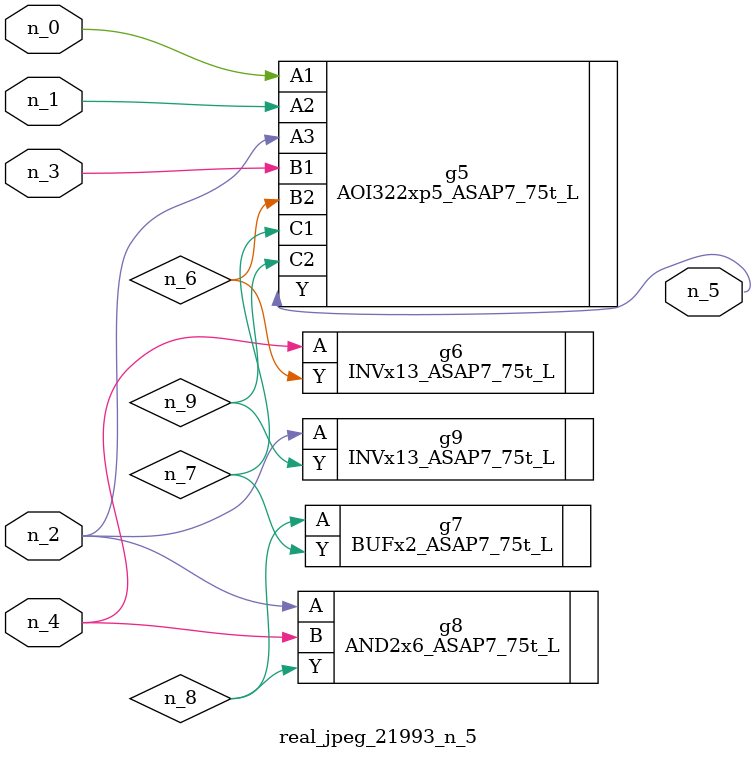
<source format=v>
module real_jpeg_21993_n_5 (n_4, n_0, n_1, n_2, n_3, n_5);

input n_4;
input n_0;
input n_1;
input n_2;
input n_3;

output n_5;

wire n_8;
wire n_6;
wire n_7;
wire n_9;

AOI322xp5_ASAP7_75t_L g5 ( 
.A1(n_0),
.A2(n_1),
.A3(n_2),
.B1(n_3),
.B2(n_6),
.C1(n_7),
.C2(n_9),
.Y(n_5)
);

AND2x6_ASAP7_75t_L g8 ( 
.A(n_2),
.B(n_4),
.Y(n_8)
);

INVx13_ASAP7_75t_L g9 ( 
.A(n_2),
.Y(n_9)
);

INVx13_ASAP7_75t_L g6 ( 
.A(n_4),
.Y(n_6)
);

BUFx2_ASAP7_75t_L g7 ( 
.A(n_8),
.Y(n_7)
);


endmodule
</source>
